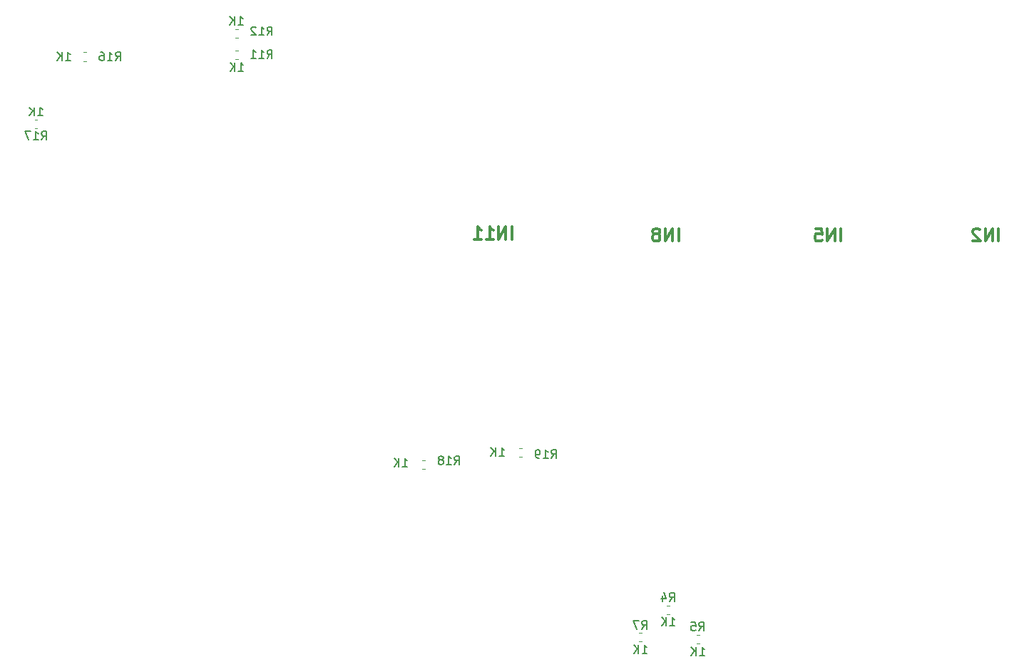
<source format=gbo>
%TF.GenerationSoftware,KiCad,Pcbnew,(5.1.6)-1*%
%TF.CreationDate,2021-11-13T13:18:41+01:00*%
%TF.ProjectId,MCP23017 Sensor Board,4d435032-3330-4313-9720-53656e736f72,rev?*%
%TF.SameCoordinates,Original*%
%TF.FileFunction,Legend,Bot*%
%TF.FilePolarity,Positive*%
%FSLAX46Y46*%
G04 Gerber Fmt 4.6, Leading zero omitted, Abs format (unit mm)*
G04 Created by KiCad (PCBNEW (5.1.6)-1) date 2021-11-13 13:18:41*
%MOMM*%
%LPD*%
G01*
G04 APERTURE LIST*
%ADD10C,0.300000*%
%ADD11C,0.120000*%
%ADD12C,0.150000*%
G04 APERTURE END LIST*
D10*
X164464285Y-88428571D02*
X164464285Y-86928571D01*
X163750000Y-88428571D02*
X163750000Y-86928571D01*
X162892857Y-88428571D01*
X162892857Y-86928571D01*
X161392857Y-88428571D02*
X162250000Y-88428571D01*
X161821428Y-88428571D02*
X161821428Y-86928571D01*
X161964285Y-87142857D01*
X162107142Y-87285714D01*
X162250000Y-87357142D01*
X159964285Y-88428571D02*
X160821428Y-88428571D01*
X160392857Y-88428571D02*
X160392857Y-86928571D01*
X160535714Y-87142857D01*
X160678571Y-87285714D01*
X160821428Y-87357142D01*
X184250000Y-88678571D02*
X184250000Y-87178571D01*
X183535714Y-88678571D02*
X183535714Y-87178571D01*
X182678571Y-88678571D01*
X182678571Y-87178571D01*
X181750000Y-87821428D02*
X181892857Y-87750000D01*
X181964285Y-87678571D01*
X182035714Y-87535714D01*
X182035714Y-87464285D01*
X181964285Y-87321428D01*
X181892857Y-87250000D01*
X181750000Y-87178571D01*
X181464285Y-87178571D01*
X181321428Y-87250000D01*
X181250000Y-87321428D01*
X181178571Y-87464285D01*
X181178571Y-87535714D01*
X181250000Y-87678571D01*
X181321428Y-87750000D01*
X181464285Y-87821428D01*
X181750000Y-87821428D01*
X181892857Y-87892857D01*
X181964285Y-87964285D01*
X182035714Y-88107142D01*
X182035714Y-88392857D01*
X181964285Y-88535714D01*
X181892857Y-88607142D01*
X181750000Y-88678571D01*
X181464285Y-88678571D01*
X181321428Y-88607142D01*
X181250000Y-88535714D01*
X181178571Y-88392857D01*
X181178571Y-88107142D01*
X181250000Y-87964285D01*
X181321428Y-87892857D01*
X181464285Y-87821428D01*
X203500000Y-88678571D02*
X203500000Y-87178571D01*
X202785714Y-88678571D02*
X202785714Y-87178571D01*
X201928571Y-88678571D01*
X201928571Y-87178571D01*
X200500000Y-87178571D02*
X201214285Y-87178571D01*
X201285714Y-87892857D01*
X201214285Y-87821428D01*
X201071428Y-87750000D01*
X200714285Y-87750000D01*
X200571428Y-87821428D01*
X200500000Y-87892857D01*
X200428571Y-88035714D01*
X200428571Y-88392857D01*
X200500000Y-88535714D01*
X200571428Y-88607142D01*
X200714285Y-88678571D01*
X201071428Y-88678571D01*
X201214285Y-88607142D01*
X201285714Y-88535714D01*
X222250000Y-88678571D02*
X222250000Y-87178571D01*
X221535714Y-88678571D02*
X221535714Y-87178571D01*
X220678571Y-88678571D01*
X220678571Y-87178571D01*
X220035714Y-87321428D02*
X219964285Y-87250000D01*
X219821428Y-87178571D01*
X219464285Y-87178571D01*
X219321428Y-87250000D01*
X219250000Y-87321428D01*
X219178571Y-87464285D01*
X219178571Y-87607142D01*
X219250000Y-87821428D01*
X220107142Y-88678571D01*
X219178571Y-88678571D01*
D11*
%TO.C,R16*%
X113912779Y-66240000D02*
X113587221Y-66240000D01*
X113912779Y-67260000D02*
X113587221Y-67260000D01*
%TO.C,R17*%
X108125279Y-74240000D02*
X107799721Y-74240000D01*
X108125279Y-75260000D02*
X107799721Y-75260000D01*
%TO.C,R12*%
X131624721Y-64510000D02*
X131950279Y-64510000D01*
X131624721Y-63490000D02*
X131950279Y-63490000D01*
%TO.C,R18*%
X153837221Y-115760000D02*
X154162779Y-115760000D01*
X153837221Y-114740000D02*
X154162779Y-114740000D01*
%TO.C,R7*%
X179549721Y-136260000D02*
X179875279Y-136260000D01*
X179549721Y-135240000D02*
X179875279Y-135240000D01*
%TO.C,R19*%
X165299721Y-114260000D02*
X165625279Y-114260000D01*
X165299721Y-113240000D02*
X165625279Y-113240000D01*
%TO.C,R11*%
X131624721Y-67010000D02*
X131950279Y-67010000D01*
X131624721Y-65990000D02*
X131950279Y-65990000D01*
%TO.C,R4*%
X182837221Y-133010000D02*
X183162779Y-133010000D01*
X182837221Y-131990000D02*
X183162779Y-131990000D01*
%TO.C,R5*%
X186374721Y-136510000D02*
X186700279Y-136510000D01*
X186374721Y-135490000D02*
X186700279Y-135490000D01*
%TO.C,R16*%
D12*
X117392857Y-67202380D02*
X117726190Y-66726190D01*
X117964285Y-67202380D02*
X117964285Y-66202380D01*
X117583333Y-66202380D01*
X117488095Y-66250000D01*
X117440476Y-66297619D01*
X117392857Y-66392857D01*
X117392857Y-66535714D01*
X117440476Y-66630952D01*
X117488095Y-66678571D01*
X117583333Y-66726190D01*
X117964285Y-66726190D01*
X116440476Y-67202380D02*
X117011904Y-67202380D01*
X116726190Y-67202380D02*
X116726190Y-66202380D01*
X116821428Y-66345238D01*
X116916666Y-66440476D01*
X117011904Y-66488095D01*
X115583333Y-66202380D02*
X115773809Y-66202380D01*
X115869047Y-66250000D01*
X115916666Y-66297619D01*
X116011904Y-66440476D01*
X116059523Y-66630952D01*
X116059523Y-67011904D01*
X116011904Y-67107142D01*
X115964285Y-67154761D01*
X115869047Y-67202380D01*
X115678571Y-67202380D01*
X115583333Y-67154761D01*
X115535714Y-67107142D01*
X115488095Y-67011904D01*
X115488095Y-66773809D01*
X115535714Y-66678571D01*
X115583333Y-66630952D01*
X115678571Y-66583333D01*
X115869047Y-66583333D01*
X115964285Y-66630952D01*
X116011904Y-66678571D01*
X116059523Y-66773809D01*
X111464285Y-67202380D02*
X112035714Y-67202380D01*
X111750000Y-67202380D02*
X111750000Y-66202380D01*
X111845238Y-66345238D01*
X111940476Y-66440476D01*
X112035714Y-66488095D01*
X111035714Y-67202380D02*
X111035714Y-66202380D01*
X110464285Y-67202380D02*
X110892857Y-66630952D01*
X110464285Y-66202380D02*
X111035714Y-66773809D01*
%TO.C,R17*%
X108605357Y-76632380D02*
X108938690Y-76156190D01*
X109176785Y-76632380D02*
X109176785Y-75632380D01*
X108795833Y-75632380D01*
X108700595Y-75680000D01*
X108652976Y-75727619D01*
X108605357Y-75822857D01*
X108605357Y-75965714D01*
X108652976Y-76060952D01*
X108700595Y-76108571D01*
X108795833Y-76156190D01*
X109176785Y-76156190D01*
X107652976Y-76632380D02*
X108224404Y-76632380D01*
X107938690Y-76632380D02*
X107938690Y-75632380D01*
X108033928Y-75775238D01*
X108129166Y-75870476D01*
X108224404Y-75918095D01*
X107319642Y-75632380D02*
X106652976Y-75632380D01*
X107081547Y-76632380D01*
X108176785Y-73772380D02*
X108748214Y-73772380D01*
X108462500Y-73772380D02*
X108462500Y-72772380D01*
X108557738Y-72915238D01*
X108652976Y-73010476D01*
X108748214Y-73058095D01*
X107748214Y-73772380D02*
X107748214Y-72772380D01*
X107176785Y-73772380D02*
X107605357Y-73200952D01*
X107176785Y-72772380D02*
X107748214Y-73343809D01*
%TO.C,R12*%
X135392857Y-64202380D02*
X135726190Y-63726190D01*
X135964285Y-64202380D02*
X135964285Y-63202380D01*
X135583333Y-63202380D01*
X135488095Y-63250000D01*
X135440476Y-63297619D01*
X135392857Y-63392857D01*
X135392857Y-63535714D01*
X135440476Y-63630952D01*
X135488095Y-63678571D01*
X135583333Y-63726190D01*
X135964285Y-63726190D01*
X134440476Y-64202380D02*
X135011904Y-64202380D01*
X134726190Y-64202380D02*
X134726190Y-63202380D01*
X134821428Y-63345238D01*
X134916666Y-63440476D01*
X135011904Y-63488095D01*
X134059523Y-63297619D02*
X134011904Y-63250000D01*
X133916666Y-63202380D01*
X133678571Y-63202380D01*
X133583333Y-63250000D01*
X133535714Y-63297619D01*
X133488095Y-63392857D01*
X133488095Y-63488095D01*
X133535714Y-63630952D01*
X134107142Y-64202380D01*
X133488095Y-64202380D01*
X131964285Y-62952380D02*
X132535714Y-62952380D01*
X132250000Y-62952380D02*
X132250000Y-61952380D01*
X132345238Y-62095238D01*
X132440476Y-62190476D01*
X132535714Y-62238095D01*
X131535714Y-62952380D02*
X131535714Y-61952380D01*
X130964285Y-62952380D02*
X131392857Y-62380952D01*
X130964285Y-61952380D02*
X131535714Y-62523809D01*
%TO.C,R18*%
X157642857Y-115202380D02*
X157976190Y-114726190D01*
X158214285Y-115202380D02*
X158214285Y-114202380D01*
X157833333Y-114202380D01*
X157738095Y-114250000D01*
X157690476Y-114297619D01*
X157642857Y-114392857D01*
X157642857Y-114535714D01*
X157690476Y-114630952D01*
X157738095Y-114678571D01*
X157833333Y-114726190D01*
X158214285Y-114726190D01*
X156690476Y-115202380D02*
X157261904Y-115202380D01*
X156976190Y-115202380D02*
X156976190Y-114202380D01*
X157071428Y-114345238D01*
X157166666Y-114440476D01*
X157261904Y-114488095D01*
X156119047Y-114630952D02*
X156214285Y-114583333D01*
X156261904Y-114535714D01*
X156309523Y-114440476D01*
X156309523Y-114392857D01*
X156261904Y-114297619D01*
X156214285Y-114250000D01*
X156119047Y-114202380D01*
X155928571Y-114202380D01*
X155833333Y-114250000D01*
X155785714Y-114297619D01*
X155738095Y-114392857D01*
X155738095Y-114440476D01*
X155785714Y-114535714D01*
X155833333Y-114583333D01*
X155928571Y-114630952D01*
X156119047Y-114630952D01*
X156214285Y-114678571D01*
X156261904Y-114726190D01*
X156309523Y-114821428D01*
X156309523Y-115011904D01*
X156261904Y-115107142D01*
X156214285Y-115154761D01*
X156119047Y-115202380D01*
X155928571Y-115202380D01*
X155833333Y-115154761D01*
X155785714Y-115107142D01*
X155738095Y-115011904D01*
X155738095Y-114821428D01*
X155785714Y-114726190D01*
X155833333Y-114678571D01*
X155928571Y-114630952D01*
X151464285Y-115452380D02*
X152035714Y-115452380D01*
X151750000Y-115452380D02*
X151750000Y-114452380D01*
X151845238Y-114595238D01*
X151940476Y-114690476D01*
X152035714Y-114738095D01*
X151035714Y-115452380D02*
X151035714Y-114452380D01*
X150464285Y-115452380D02*
X150892857Y-114880952D01*
X150464285Y-114452380D02*
X151035714Y-115023809D01*
%TO.C,R7*%
X179879166Y-134772380D02*
X180212500Y-134296190D01*
X180450595Y-134772380D02*
X180450595Y-133772380D01*
X180069642Y-133772380D01*
X179974404Y-133820000D01*
X179926785Y-133867619D01*
X179879166Y-133962857D01*
X179879166Y-134105714D01*
X179926785Y-134200952D01*
X179974404Y-134248571D01*
X180069642Y-134296190D01*
X180450595Y-134296190D01*
X179545833Y-133772380D02*
X178879166Y-133772380D01*
X179307738Y-134772380D01*
X179926785Y-137632380D02*
X180498214Y-137632380D01*
X180212500Y-137632380D02*
X180212500Y-136632380D01*
X180307738Y-136775238D01*
X180402976Y-136870476D01*
X180498214Y-136918095D01*
X179498214Y-137632380D02*
X179498214Y-136632380D01*
X178926785Y-137632380D02*
X179355357Y-137060952D01*
X178926785Y-136632380D02*
X179498214Y-137203809D01*
%TO.C,R19*%
X169142857Y-114452380D02*
X169476190Y-113976190D01*
X169714285Y-114452380D02*
X169714285Y-113452380D01*
X169333333Y-113452380D01*
X169238095Y-113500000D01*
X169190476Y-113547619D01*
X169142857Y-113642857D01*
X169142857Y-113785714D01*
X169190476Y-113880952D01*
X169238095Y-113928571D01*
X169333333Y-113976190D01*
X169714285Y-113976190D01*
X168190476Y-114452380D02*
X168761904Y-114452380D01*
X168476190Y-114452380D02*
X168476190Y-113452380D01*
X168571428Y-113595238D01*
X168666666Y-113690476D01*
X168761904Y-113738095D01*
X167714285Y-114452380D02*
X167523809Y-114452380D01*
X167428571Y-114404761D01*
X167380952Y-114357142D01*
X167285714Y-114214285D01*
X167238095Y-114023809D01*
X167238095Y-113642857D01*
X167285714Y-113547619D01*
X167333333Y-113500000D01*
X167428571Y-113452380D01*
X167619047Y-113452380D01*
X167714285Y-113500000D01*
X167761904Y-113547619D01*
X167809523Y-113642857D01*
X167809523Y-113880952D01*
X167761904Y-113976190D01*
X167714285Y-114023809D01*
X167619047Y-114071428D01*
X167428571Y-114071428D01*
X167333333Y-114023809D01*
X167285714Y-113976190D01*
X167238095Y-113880952D01*
X162964285Y-114202380D02*
X163535714Y-114202380D01*
X163250000Y-114202380D02*
X163250000Y-113202380D01*
X163345238Y-113345238D01*
X163440476Y-113440476D01*
X163535714Y-113488095D01*
X162535714Y-114202380D02*
X162535714Y-113202380D01*
X161964285Y-114202380D02*
X162392857Y-113630952D01*
X161964285Y-113202380D02*
X162535714Y-113773809D01*
%TO.C,R11*%
X135392857Y-66952380D02*
X135726190Y-66476190D01*
X135964285Y-66952380D02*
X135964285Y-65952380D01*
X135583333Y-65952380D01*
X135488095Y-66000000D01*
X135440476Y-66047619D01*
X135392857Y-66142857D01*
X135392857Y-66285714D01*
X135440476Y-66380952D01*
X135488095Y-66428571D01*
X135583333Y-66476190D01*
X135964285Y-66476190D01*
X134440476Y-66952380D02*
X135011904Y-66952380D01*
X134726190Y-66952380D02*
X134726190Y-65952380D01*
X134821428Y-66095238D01*
X134916666Y-66190476D01*
X135011904Y-66238095D01*
X133488095Y-66952380D02*
X134059523Y-66952380D01*
X133773809Y-66952380D02*
X133773809Y-65952380D01*
X133869047Y-66095238D01*
X133964285Y-66190476D01*
X134059523Y-66238095D01*
X132001785Y-68452380D02*
X132573214Y-68452380D01*
X132287500Y-68452380D02*
X132287500Y-67452380D01*
X132382738Y-67595238D01*
X132477976Y-67690476D01*
X132573214Y-67738095D01*
X131573214Y-68452380D02*
X131573214Y-67452380D01*
X131001785Y-68452380D02*
X131430357Y-67880952D01*
X131001785Y-67452380D02*
X131573214Y-68023809D01*
%TO.C,R4*%
X183166666Y-131452380D02*
X183500000Y-130976190D01*
X183738095Y-131452380D02*
X183738095Y-130452380D01*
X183357142Y-130452380D01*
X183261904Y-130500000D01*
X183214285Y-130547619D01*
X183166666Y-130642857D01*
X183166666Y-130785714D01*
X183214285Y-130880952D01*
X183261904Y-130928571D01*
X183357142Y-130976190D01*
X183738095Y-130976190D01*
X182309523Y-130785714D02*
X182309523Y-131452380D01*
X182547619Y-130404761D02*
X182785714Y-131119047D01*
X182166666Y-131119047D01*
X183214285Y-134382380D02*
X183785714Y-134382380D01*
X183500000Y-134382380D02*
X183500000Y-133382380D01*
X183595238Y-133525238D01*
X183690476Y-133620476D01*
X183785714Y-133668095D01*
X182785714Y-134382380D02*
X182785714Y-133382380D01*
X182214285Y-134382380D02*
X182642857Y-133810952D01*
X182214285Y-133382380D02*
X182785714Y-133953809D01*
%TO.C,R5*%
X186666666Y-134952380D02*
X187000000Y-134476190D01*
X187238095Y-134952380D02*
X187238095Y-133952380D01*
X186857142Y-133952380D01*
X186761904Y-134000000D01*
X186714285Y-134047619D01*
X186666666Y-134142857D01*
X186666666Y-134285714D01*
X186714285Y-134380952D01*
X186761904Y-134428571D01*
X186857142Y-134476190D01*
X187238095Y-134476190D01*
X185761904Y-133952380D02*
X186238095Y-133952380D01*
X186285714Y-134428571D01*
X186238095Y-134380952D01*
X186142857Y-134333333D01*
X185904761Y-134333333D01*
X185809523Y-134380952D01*
X185761904Y-134428571D01*
X185714285Y-134523809D01*
X185714285Y-134761904D01*
X185761904Y-134857142D01*
X185809523Y-134904761D01*
X185904761Y-134952380D01*
X186142857Y-134952380D01*
X186238095Y-134904761D01*
X186285714Y-134857142D01*
X186751785Y-137882380D02*
X187323214Y-137882380D01*
X187037500Y-137882380D02*
X187037500Y-136882380D01*
X187132738Y-137025238D01*
X187227976Y-137120476D01*
X187323214Y-137168095D01*
X186323214Y-137882380D02*
X186323214Y-136882380D01*
X185751785Y-137882380D02*
X186180357Y-137310952D01*
X185751785Y-136882380D02*
X186323214Y-137453809D01*
%TD*%
M02*

</source>
